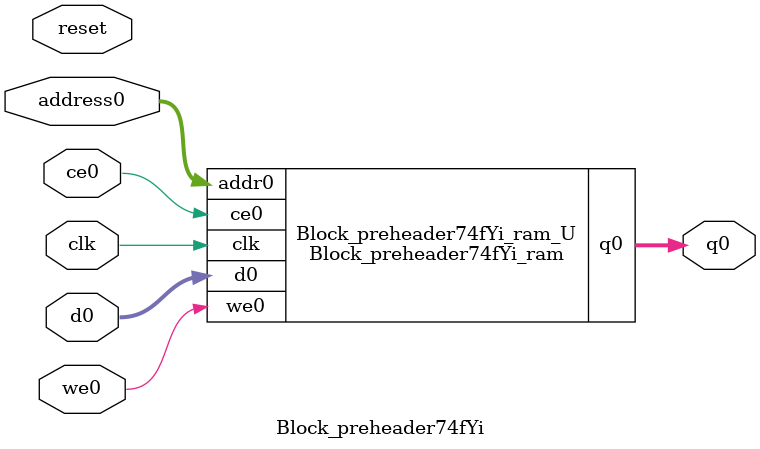
<source format=v>
`timescale 1 ns / 1 ps
module Block_preheader74fYi_ram (addr0, ce0, d0, we0, q0,  clk);

parameter DWIDTH = 8;
parameter AWIDTH = 10;
parameter MEM_SIZE = 966;

input[AWIDTH-1:0] addr0;
input ce0;
input[DWIDTH-1:0] d0;
input we0;
output reg[DWIDTH-1:0] q0;
input clk;

(* ram_style = "block" *)reg [DWIDTH-1:0] ram[0:MEM_SIZE-1];




always @(posedge clk)  
begin 
    if (ce0) begin
        if (we0) 
            ram[addr0] <= d0; 
        q0 <= ram[addr0];
    end
end


endmodule

`timescale 1 ns / 1 ps
module Block_preheader74fYi(
    reset,
    clk,
    address0,
    ce0,
    we0,
    d0,
    q0);

parameter DataWidth = 32'd8;
parameter AddressRange = 32'd966;
parameter AddressWidth = 32'd10;
input reset;
input clk;
input[AddressWidth - 1:0] address0;
input ce0;
input we0;
input[DataWidth - 1:0] d0;
output[DataWidth - 1:0] q0;



Block_preheader74fYi_ram Block_preheader74fYi_ram_U(
    .clk( clk ),
    .addr0( address0 ),
    .ce0( ce0 ),
    .we0( we0 ),
    .d0( d0 ),
    .q0( q0 ));

endmodule


</source>
